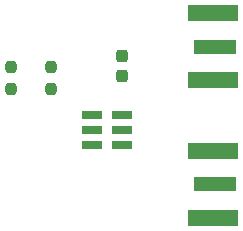
<source format=gbr>
%TF.GenerationSoftware,KiCad,Pcbnew,(6.0.2)*%
%TF.CreationDate,2022-11-21T15:27:55-08:00*%
%TF.ProjectId,si514_clock,73693531-345f-4636-9c6f-636b2e6b6963,rev?*%
%TF.SameCoordinates,PX86903e0PY67ceb50*%
%TF.FileFunction,Paste,Top*%
%TF.FilePolarity,Positive*%
%FSLAX46Y46*%
G04 Gerber Fmt 4.6, Leading zero omitted, Abs format (unit mm)*
G04 Created by KiCad (PCBNEW (6.0.2)) date 2022-11-21 15:27:55*
%MOMM*%
%LPD*%
G01*
G04 APERTURE LIST*
G04 Aperture macros list*
%AMRoundRect*
0 Rectangle with rounded corners*
0 $1 Rounding radius*
0 $2 $3 $4 $5 $6 $7 $8 $9 X,Y pos of 4 corners*
0 Add a 4 corners polygon primitive as box body*
4,1,4,$2,$3,$4,$5,$6,$7,$8,$9,$2,$3,0*
0 Add four circle primitives for the rounded corners*
1,1,$1+$1,$2,$3*
1,1,$1+$1,$4,$5*
1,1,$1+$1,$6,$7*
1,1,$1+$1,$8,$9*
0 Add four rect primitives between the rounded corners*
20,1,$1+$1,$2,$3,$4,$5,0*
20,1,$1+$1,$4,$5,$6,$7,0*
20,1,$1+$1,$6,$7,$8,$9,0*
20,1,$1+$1,$8,$9,$2,$3,0*%
G04 Aperture macros list end*
%ADD10R,3.600000X1.270000*%
%ADD11R,4.200000X1.350000*%
%ADD12R,1.700000X0.800000*%
%ADD13RoundRect,0.237500X-0.237500X0.250000X-0.237500X-0.250000X0.237500X-0.250000X0.237500X0.250000X0*%
%ADD14RoundRect,0.237500X0.237500X-0.300000X0.237500X0.300000X-0.237500X0.300000X-0.237500X-0.300000X0*%
G04 APERTURE END LIST*
D10*
%TO.C,J7*%
X25800000Y10350000D03*
D11*
X25600000Y13175000D03*
X25600000Y7525000D03*
%TD*%
D10*
%TO.C,J6*%
X25800000Y22000000D03*
D11*
X25600000Y24825000D03*
X25600000Y19175000D03*
%TD*%
D12*
%TO.C,U1*%
X15350000Y16220000D03*
X15350000Y14950000D03*
X15350000Y13680000D03*
X17950000Y13680000D03*
X17950000Y14950000D03*
X17950000Y16220000D03*
%TD*%
D13*
%TO.C,R2*%
X11900000Y20262500D03*
X11900000Y18437500D03*
%TD*%
%TO.C,R1*%
X8550000Y20262500D03*
X8550000Y18437500D03*
%TD*%
D14*
%TO.C,C1*%
X17950000Y19487500D03*
X17950000Y21212500D03*
%TD*%
M02*

</source>
